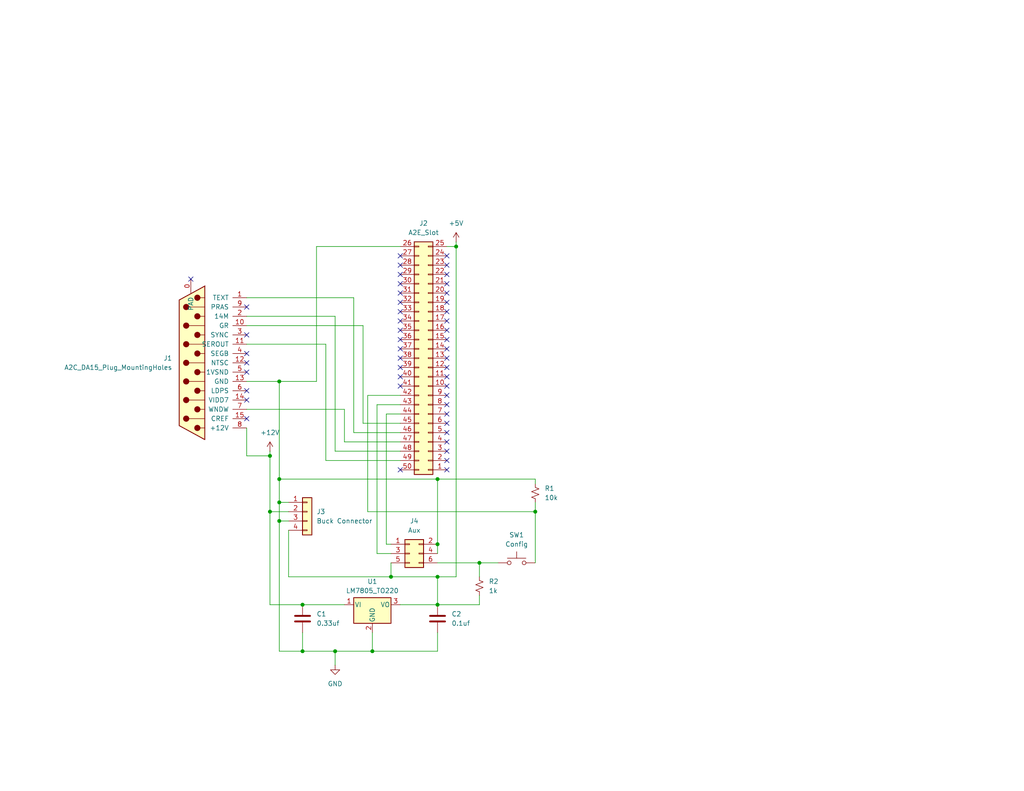
<source format=kicad_sch>
(kicad_sch (version 20250114) (generator "eeschema") (generator_version "9.0")
  (paper "USLetter")
  (title_block (title "A2C_DVI Adapter") (date "2025-04-15") (rev "v0.9") (company "Far Left Lane") (comment 1 "Michael Neil") (comment 2 "MIT License") (comment 3 "4/15/2025"))
  (lib_symbols
    (symbol "Connector:DA15_Plug_MountingHoles" (pin_names (offset 1.016))
      (property "Reference" "J1" (at 5.08 -1.2701 0))
      (property "Value" "A2C_DA15_Plug_MountingHoles" (at 5.08 1.2699 0))
      (symbol "DA15_Plug_MountingHoles_0_1"
        (polyline (pts (xy -3.81 17.78) (xy -2.54 17.78)))
        (polyline (pts (xy -3.81 15.24) (xy 0.508 15.24)))
        (polyline (pts (xy -3.81 12.7) (xy -2.54 12.7)))
        (polyline (pts (xy -3.81 10.16) (xy 0.508 10.16)))
        (polyline (pts (xy -3.81 7.62) (xy -2.54 7.62)))
        (polyline (pts (xy -3.81 5.08) (xy 0.508 5.08)))
        (polyline (pts (xy -3.81 2.54) (xy -2.54 2.54)))
        (polyline (pts (xy -3.81 0) (xy 0.508 0)))
        (polyline (pts (xy -3.81 -2.54) (xy -2.54 -2.54)))
        (polyline (pts (xy -3.81 -5.08) (xy 0.508 -5.08)))
        (polyline (pts (xy -3.81 -7.62) (xy -2.54 -7.62)))
        (polyline (pts (xy -3.81 -10.16) (xy 0.508 -10.16)))
        (polyline (pts (xy -3.81 -12.7) (xy -2.54 -12.7)))
        (polyline (pts (xy -3.81 -15.24) (xy 0.508 -15.24)))
        (polyline (pts (xy -3.81 -17.78) (xy -2.54 -17.78)))
        (polyline (pts (xy -3.81 -20.955) (xy 3.175 -17.145) (xy 3.175 17.145) (xy -3.81 20.955) (xy -3.81 -20.955)) (stroke (width 0.254)) (fill (type background)))
        (circle (center -1.778 17.78) (radius 0.762) (fill (type outline)))
        (circle (center -1.778 12.7) (radius 0.762) (fill (type outline)))
        (circle (center -1.778 7.62) (radius 0.762) (fill (type outline)))
        (circle (center -1.778 2.54) (radius 0.762) (fill (type outline)))
        (circle (center -1.778 -2.54) (radius 0.762) (fill (type outline)))
        (circle (center -1.778 -7.62) (radius 0.762) (fill (type outline)))
        (circle (center -1.778 -12.7) (radius 0.762) (fill (type outline)))
        (circle (center -1.778 -17.78) (radius 0.762) (fill (type outline)))
        (circle (center 1.27 15.24) (radius 0.762) (fill (type outline)))
        (circle (center 1.27 10.16) (radius 0.762) (fill (type outline)))
        (circle (center 1.27 5.08) (radius 0.762) (fill (type outline)))
        (circle (center 1.27 0) (radius 0.762) (fill (type outline)))
        (circle (center 1.27 -5.08) (radius 0.762) (fill (type outline)))
        (circle (center 1.27 -10.16) (radius 0.762) (fill (type outline)))
        (circle (center 1.27 -15.24) (radius 0.762) (fill (type outline)))
      )
      (symbol "DA15_Plug_MountingHoles_1_1"
        (pin power_out line (at -15.24 17.78 0) (length 3.81) (name "+12V") (number "8"))
        (pin passive line (at -15.24 15.24 0) (length 3.81) (name "CREF") (number "15"))
        (pin passive line (at -15.24 12.7 0) (length 3.81) (name "WNDW") (number "7"))
        (pin passive line (at -15.24 10.16 0) (length 3.81) (name "VIDD7") (number "14"))
        (pin passive line (at -15.24 7.62 0) (length 3.81) (name "LDPS") (number "6"))
        (pin power_out line (at -15.24 5.08 0) (length 3.81) (name "GND") (number "13"))
        (pin passive line (at -15.24 2.54 0) (length 3.81) (name "1VSND") (number "5"))
        (pin passive line (at -15.24 0 0) (length 3.81) (name "NTSC") (number "12"))
        (pin passive line (at -15.24 -2.54 0) (length 3.81) (name "SEGB") (number "4"))
        (pin passive line (at -15.24 -5.08 0) (length 3.81) (name "SEROUT") (number "11"))
        (pin passive line (at -15.24 -7.62 0) (length 3.81) (name "SYNC") (number "3"))
        (pin passive line (at -15.24 -10.16 0) (length 3.81) (name "GR") (number "10"))
        (pin passive line (at -15.24 -12.7 0) (length 3.81) (name "14M") (number "2"))
        (pin passive line (at -15.24 -15.24 0) (length 3.81) (name "PRAS") (number "9"))
        (pin passive line (at -15.24 -17.78 0) (length 3.81) (name "TEXT") (number "1"))
        (pin passive line (at 0 -22.86 90) (length 3.81) (name "PAD") (number "0"))
      )
    )
    (symbol "Connector_Generic:Conn_01x04" (pin_names (offset 1.016) (hide yes))
      (property "Reference" "J" (at 0 5.08 0))
      (property "Value" "Conn_01x04" (at 0 -7.62 0))
      (symbol "Conn_01x04_1_1"
        (rectangle (start -1.27 3.81) (end 1.27 -6.35) (stroke (width 0.254)) (fill (type background)))
        (rectangle (start -1.27 2.667) (end 0 2.413) (stroke (width 0.1524)))
        (rectangle (start -1.27 0.127) (end 0 -0.127) (stroke (width 0.1524)))
        (rectangle (start -1.27 -2.413) (end 0 -2.667) (stroke (width 0.1524)))
        (rectangle (start -1.27 -4.953) (end 0 -5.207) (stroke (width 0.1524)))
        (pin passive line (at -5.08 2.54 0) (length 3.81) (name "Pin_1") (number "1"))
        (pin passive line (at -5.08 0 0) (length 3.81) (name "Pin_2") (number "2"))
        (pin passive line (at -5.08 -2.54 0) (length 3.81) (name "Pin_3") (number "3"))
        (pin passive line (at -5.08 -5.08 0) (length 3.81) (name "Pin_4") (number "4"))
      )
    )
    (symbol "Connector_Generic:Conn_02x03_Odd_Even" (pin_names (offset 1.016) (hide yes))
      (property "Reference" "J" (at 1.27 5.08 0))
      (property "Value" "Conn_02x03_Odd_Even" (at 1.27 -5.08 0))
      (symbol "Conn_02x03_Odd_Even_1_1"
        (rectangle (start -1.27 3.81) (end 3.81 -3.81) (stroke (width 0.254)) (fill (type background)))
        (rectangle (start -1.27 2.667) (end 0 2.413) (stroke (width 0.1524)))
        (rectangle (start -1.27 0.127) (end 0 -0.127) (stroke (width 0.1524)))
        (rectangle (start -1.27 -2.413) (end 0 -2.667) (stroke (width 0.1524)))
        (rectangle (start 3.81 2.667) (end 2.54 2.413) (stroke (width 0.1524)))
        (rectangle (start 3.81 0.127) (end 2.54 -0.127) (stroke (width 0.1524)))
        (rectangle (start 3.81 -2.413) (end 2.54 -2.667) (stroke (width 0.1524)))
        (pin passive line (at -5.08 2.54 0) (length 3.81) (name "Pin_1") (number "1"))
        (pin passive line (at -5.08 0 0) (length 3.81) (name "Pin_3") (number "3"))
        (pin passive line (at -5.08 -2.54 0) (length 3.81) (name "Pin_5") (number "5"))
        (pin passive line (at 7.62 2.54 180) (length 3.81) (name "Pin_2") (number "2"))
        (pin passive line (at 7.62 0 180) (length 3.81) (name "Pin_4") (number "4"))
        (pin passive line (at 7.62 -2.54 180) (length 3.81) (name "Pin_6") (number "6"))
      )
    )
    (symbol "Connector_Generic:Conn_02x25_Counter_Clockwise" (pin_names (offset 1.016) (hide yes))
      (property "Reference" "J" (at 1.27 33.02 0))
      (property "Value" "Conn_02x25_Counter_Clockwise" (at 1.27 -33.02 0))
      (symbol "Conn_02x25_Counter_Clockwise_1_1"
        (rectangle (start -1.27 31.75) (end 3.81 -31.75) (stroke (width 0.254)) (fill (type background)))
        (rectangle (start -1.27 30.607) (end 0 30.353) (stroke (width 0.1524)))
        (rectangle (start -1.27 28.067) (end 0 27.813) (stroke (width 0.1524)))
        (rectangle (start -1.27 25.527) (end 0 25.273) (stroke (width 0.1524)))
        (rectangle (start -1.27 22.987) (end 0 22.733) (stroke (width 0.1524)))
        (rectangle (start -1.27 20.447) (end 0 20.193) (stroke (width 0.1524)))
        (rectangle (start -1.27 17.907) (end 0 17.653) (stroke (width 0.1524)))
        (rectangle (start -1.27 15.367) (end 0 15.113) (stroke (width 0.1524)))
        (rectangle (start -1.27 12.827) (end 0 12.573) (stroke (width 0.1524)))
        (rectangle (start -1.27 10.287) (end 0 10.033) (stroke (width 0.1524)))
        (rectangle (start -1.27 7.747) (end 0 7.493) (stroke (width 0.1524)))
        (rectangle (start -1.27 5.207) (end 0 4.953) (stroke (width 0.1524)))
        (rectangle (start -1.27 2.667) (end 0 2.413) (stroke (width 0.1524)))
        (rectangle (start -1.27 0.127) (end 0 -0.127) (stroke (width 0.1524)))
        (rectangle (start -1.27 -2.413) (end 0 -2.667) (stroke (width 0.1524)))
        (rectangle (start -1.27 -4.953) (end 0 -5.207) (stroke (width 0.1524)))
        (rectangle (start -1.27 -7.493) (end 0 -7.747) (stroke (width 0.1524)))
        (rectangle (start -1.27 -10.033) (end 0 -10.287) (stroke (width 0.1524)))
        (rectangle (start -1.27 -12.573) (end 0 -12.827) (stroke (width 0.1524)))
        (rectangle (start -1.27 -15.113) (end 0 -15.367) (stroke (width 0.1524)))
        (rectangle (start -1.27 -17.653) (end 0 -17.907) (stroke (width 0.1524)))
        (rectangle (start -1.27 -20.193) (end 0 -20.447) (stroke (width 0.1524)))
        (rectangle (start -1.27 -22.733) (end 0 -22.987) (stroke (width 0.1524)))
        (rectangle (start -1.27 -25.273) (end 0 -25.527) (stroke (width 0.1524)))
        (rectangle (start -1.27 -27.813) (end 0 -28.067) (stroke (width 0.1524)))
        (rectangle (start -1.27 -30.353) (end 0 -30.607) (stroke (width 0.1524)))
        (rectangle (start 3.81 30.607) (end 2.54 30.353) (stroke (width 0.1524)))
        (rectangle (start 3.81 28.067) (end 2.54 27.813) (stroke (width 0.1524)))
        (rectangle (start 3.81 25.527) (end 2.54 25.273) (stroke (width 0.1524)))
        (rectangle (start 3.81 22.987) (end 2.54 22.733) (stroke (width 0.1524)))
        (rectangle (start 3.81 20.447) (end 2.54 20.193) (stroke (width 0.1524)))
        (rectangle (start 3.81 17.907) (end 2.54 17.653) (stroke (width 0.1524)))
        (rectangle (start 3.81 15.367) (end 2.54 15.113) (stroke (width 0.1524)))
        (rectangle (start 3.81 12.827) (end 2.54 12.573) (stroke (width 0.1524)))
        (rectangle (start 3.81 10.287) (end 2.54 10.033) (stroke (width 0.1524)))
        (rectangle (start 3.81 7.747) (end 2.54 7.493) (stroke (width 0.1524)))
        (rectangle (start 3.81 5.207) (end 2.54 4.953) (stroke (width 0.1524)))
        (rectangle (start 3.81 2.667) (end 2.54 2.413) (stroke (width 0.1524)))
        (rectangle (start 3.81 0.127) (end 2.54 -0.127) (stroke (width 0.1524)))
        (rectangle (start 3.81 -2.413) (end 2.54 -2.667) (stroke (width 0.1524)))
        (rectangle (start 3.81 -4.953) (end 2.54 -5.207) (stroke (width 0.1524)))
        (rectangle (start 3.81 -7.493) (end 2.54 -7.747) (stroke (width 0.1524)))
        (rectangle (start 3.81 -10.033) (end 2.54 -10.287) (stroke (width 0.1524)))
        (rectangle (start 3.81 -12.573) (end 2.54 -12.827) (stroke (width 0.1524)))
        (rectangle (start 3.81 -15.113) (end 2.54 -15.367) (stroke (width 0.1524)))
        (rectangle (start 3.81 -17.653) (end 2.54 -17.907) (stroke (width 0.1524)))
        (rectangle (start 3.81 -20.193) (end 2.54 -20.447) (stroke (width 0.1524)))
        (rectangle (start 3.81 -22.733) (end 2.54 -22.987) (stroke (width 0.1524)))
        (rectangle (start 3.81 -25.273) (end 2.54 -25.527) (stroke (width 0.1524)))
        (rectangle (start 3.81 -27.813) (end 2.54 -28.067) (stroke (width 0.1524)))
        (rectangle (start 3.81 -30.353) (end 2.54 -30.607) (stroke (width 0.1524)))
        (pin passive line (at -5.08 30.48 0) (length 3.81) (name "Pin_1") (number "1"))
        (pin passive line (at -5.08 27.94 0) (length 3.81) (name "Pin_2") (number "2"))
        (pin passive line (at -5.08 25.4 0) (length 3.81) (name "Pin_3") (number "3"))
        (pin passive line (at -5.08 22.86 0) (length 3.81) (name "Pin_4") (number "4"))
        (pin passive line (at -5.08 20.32 0) (length 3.81) (name "Pin_5") (number "5"))
        (pin passive line (at -5.08 17.78 0) (length 3.81) (name "Pin_6") (number "6"))
        (pin passive line (at -5.08 15.24 0) (length 3.81) (name "Pin_7") (number "7"))
        (pin passive line (at -5.08 12.7 0) (length 3.81) (name "Pin_8") (number "8"))
        (pin passive line (at -5.08 10.16 0) (length 3.81) (name "Pin_9") (number "9"))
        (pin passive line (at -5.08 7.62 0) (length 3.81) (name "Pin_10") (number "10"))
        (pin passive line (at -5.08 5.08 0) (length 3.81) (name "Pin_11") (number "11"))
        (pin passive line (at -5.08 2.54 0) (length 3.81) (name "Pin_12") (number "12"))
        (pin passive line (at -5.08 0 0) (length 3.81) (name "Pin_13") (number "13"))
        (pin passive line (at -5.08 -2.54 0) (length 3.81) (name "Pin_14") (number "14"))
        (pin passive line (at -5.08 -5.08 0) (length 3.81) (name "Pin_15") (number "15"))
        (pin passive line (at -5.08 -7.62 0) (length 3.81) (name "Pin_16") (number "16"))
        (pin passive line (at -5.08 -10.16 0) (length 3.81) (name "Pin_17") (number "17"))
        (pin passive line (at -5.08 -12.7 0) (length 3.81) (name "Pin_18") (number "18"))
        (pin passive line (at -5.08 -15.24 0) (length 3.81) (name "Pin_19") (number "19"))
        (pin passive line (at -5.08 -17.78 0) (length 3.81) (name "Pin_20") (number "20"))
        (pin passive line (at -5.08 -20.32 0) (length 3.81) (name "Pin_21") (number "21"))
        (pin passive line (at -5.08 -22.86 0) (length 3.81) (name "Pin_22") (number "22"))
        (pin passive line (at -5.08 -25.4 0) (length 3.81) (name "Pin_23") (number "23"))
        (pin passive line (at -5.08 -27.94 0) (length 3.81) (name "Pin_24") (number "24"))
        (pin passive line (at -5.08 -30.48 0) (length 3.81) (name "Pin_25") (number "25"))
        (pin passive line (at 7.62 30.48 180) (length 3.81) (name "Pin_50") (number "50"))
        (pin passive line (at 7.62 27.94 180) (length 3.81) (name "Pin_49") (number "49"))
        (pin passive line (at 7.62 25.4 180) (length 3.81) (name "Pin_48") (number "48"))
        (pin passive line (at 7.62 22.86 180) (length 3.81) (name "Pin_47") (number "47"))
        (pin passive line (at 7.62 20.32 180) (length 3.81) (name "Pin_46") (number "46"))
        (pin passive line (at 7.62 17.78 180) (length 3.81) (name "Pin_45") (number "45"))
        (pin passive line (at 7.62 15.24 180) (length 3.81) (name "Pin_44") (number "44"))
        (pin passive line (at 7.62 12.7 180) (length 3.81) (name "Pin_43") (number "43"))
        (pin passive line (at 7.62 10.16 180) (length 3.81) (name "Pin_42") (number "42"))
        (pin passive line (at 7.62 7.62 180) (length 3.81) (name "Pin_41") (number "41"))
        (pin passive line (at 7.62 5.08 180) (length 3.81) (name "Pin_40") (number "40"))
        (pin passive line (at 7.62 2.54 180) (length 3.81) (name "Pin_39") (number "39"))
        (pin passive line (at 7.62 0 180) (length 3.81) (name "Pin_38") (number "38"))
        (pin passive line (at 7.62 -2.54 180) (length 3.81) (name "Pin_37") (number "37"))
        (pin passive line (at 7.62 -5.08 180) (length 3.81) (name "Pin_36") (number "36"))
        (pin passive line (at 7.62 -7.62 180) (length 3.81) (name "Pin_35") (number "35"))
        (pin passive line (at 7.62 -10.16 180) (length 3.81) (name "Pin_34") (number "34"))
        (pin passive line (at 7.62 -12.7 180) (length 3.81) (name "Pin_33") (number "33"))
        (pin passive line (at 7.62 -15.24 180) (length 3.81) (name "Pin_32") (number "32"))
        (pin passive line (at 7.62 -17.78 180) (length 3.81) (name "Pin_31") (number "31"))
        (pin passive line (at 7.62 -20.32 180) (length 3.81) (name "Pin_30") (number "30"))
        (pin passive line (at 7.62 -22.86 180) (length 3.81) (name "Pin_29") (number "29"))
        (pin passive line (at 7.62 -25.4 180) (length 3.81) (name "Pin_28") (number "28"))
        (pin passive line (at 7.62 -27.94 180) (length 3.81) (name "Pin_27") (number "27"))
        (pin passive line (at 7.62 -30.48 180) (length 3.81) (name "Pin_26") (number "26"))
      )
    )
    (symbol "Device:C" (pin_numbers (hide yes)) (pin_names (offset 0.254))
      (property "Reference" "C" (at 0.635 2.54 0))
      (property "Value" "C" (at 0.635 -2.54 0))
      (symbol "C_0_1"
        (polyline (pts (xy -2.032 0.762) (xy 2.032 0.762)) (stroke (width 0.508)))
        (polyline (pts (xy -2.032 -0.762) (xy 2.032 -0.762)) (stroke (width 0.508)))
      )
      (symbol "C_1_1"
        (pin passive line (at 0 3.81 270) (length 2.794) (name "~") (number "1"))
        (pin passive line (at 0 -3.81 90) (length 2.794) (name "~") (number "2"))
      )
    )
    (symbol "Device:R_Small_US" (pin_numbers (hide yes)) (pin_names (offset 0.254) (hide yes))
      (property "Reference" "R" (at 0.762 0.508 0))
      (property "Value" "R_Small_US" (at 0.762 -1.016 0))
      (symbol "R_Small_US_1_1"
        (polyline (pts (xy 0 1.524) (xy 1.016 1.143) (xy 0 0.762) (xy -1.016 0.381) (xy 0 0)))
        (polyline (pts (xy 0 0) (xy 1.016 -0.381) (xy 0 -0.762) (xy -1.016 -1.143) (xy 0 -1.524)))
        (pin passive line (at 0 2.54 270) (length 1.016) (name "~") (number "1"))
        (pin passive line (at 0 -2.54 90) (length 1.016) (name "~") (number "2"))
      )
    )
    (symbol "Regulator_Linear:LM7805_TO220" (pin_names (offset 0.254))
      (property "Reference" "U" (at -3.81 3.175 0))
      (property "Value" "LM7805_TO220" (at 0 3.175 0))
      (symbol "LM7805_TO220_0_1"
        (rectangle (start -5.08 1.905) (end 5.08 -5.08) (stroke (width 0.254)) (fill (type background)))
      )
      (symbol "LM7805_TO220_1_1"
        (pin power_in line (at -7.62 0 0) (length 2.54) (name "VI") (number "1"))
        (pin power_in line (at 0 -7.62 90) (length 2.54) (name "GND") (number "2"))
        (pin power_out line (at 7.62 0 180) (length 2.54) (name "VO") (number "3"))
      )
    )
    (symbol "Switch:SW_Push" (pin_numbers (hide yes)) (pin_names (offset 1.016) (hide yes))
      (property "Reference" "SW" (at 1.27 2.54 0))
      (property "Value" "SW_Push" (at 0 -1.524 0))
      (symbol "SW_Push_0_1"
        (circle (center -2.032 0) (radius 0.508))
        (polyline (pts (xy 0 1.27) (xy 0 3.048)))
        (circle (center 2.032 0) (radius 0.508))
        (polyline (pts (xy 2.54 1.27) (xy -2.54 1.27)))
        (pin passive line (at -5.08 0 0) (length 2.54) (name "1") (number "1"))
        (pin passive line (at 5.08 0 180) (length 2.54) (name "2") (number "2"))
      )
    )
    (symbol "power:+12V" (power) (pin_numbers (hide yes)) (pin_names (offset 0) (hide yes))
      (property "Value" "+12V" (at 0 3.556 0))
      (symbol "+12V_0_1"
        (polyline (pts (xy -0.762 1.27) (xy 0 2.54)))
        (polyline (pts (xy 0 2.54) (xy 0.762 1.27)))
        (polyline (pts (xy 0 0) (xy 0 2.54)))
      )
      (symbol "+12V_1_1"
        (pin power_in line (at 0 0 90) (length 0) (name "~") (number "1"))
      )
    )
    (symbol "power:+5V" (power) (pin_numbers (hide yes)) (pin_names (offset 0) (hide yes))
      (property "Value" "+5V" (at 0 3.556 0))
      (symbol "+5V_0_1"
        (polyline (pts (xy -0.762 1.27) (xy 0 2.54)))
        (polyline (pts (xy 0 2.54) (xy 0.762 1.27)))
        (polyline (pts (xy 0 0) (xy 0 2.54)))
      )
      (symbol "+5V_1_1"
        (pin power_in line (at 0 0 90) (length 0) (name "~") (number "1"))
      )
    )
    (symbol "power:GND" (power) (pin_numbers (hide yes)) (pin_names (offset 0) (hide yes))
      (property "Value" "GND" (at 0 -3.81 0))
      (symbol "GND_0_1"
        (polyline (pts (xy 0 0) (xy 0 -1.27) (xy 1.27 -1.27) (xy 0 -2.54) (xy -1.27 -1.27) (xy 0 -1.27)))
      )
      (symbol "GND_1_1"
        (pin power_in line (at 0 0 270) (length 0) (name "~") (number "1"))
      )
    )
  )
  (junction (at 82.55 177.8))
  (junction (at 91.44 177.8))
  (junction (at 101.6 177.8))
  (junction (at 76.2 137.16))
  (junction (at 119.38 165.1))
  (junction (at 119.38 157.48))
  (junction (at 73.66 139.7))
  (junction (at 124.46 67.31))
  (junction (at 82.55 165.1))
  (junction (at 76.2 130.81))
  (junction (at 119.38 148.59))
  (junction (at 130.81 153.67))
  (junction (at 76.2 104.14))
  (junction (at 73.66 124.46))
  (junction (at 146.05 139.7))
  (junction (at 106.68 157.48))
  (junction (at 76.2 142.24))
  (junction (at 119.38 130.81))
  (no_connect (at 121.92 77.47))
  (no_connect (at 121.92 120.65))
  (no_connect (at 67.31 114.3))
  (no_connect (at 121.92 74.93))
  (no_connect (at 121.92 107.95))
  (no_connect (at 121.92 100.33))
  (no_connect (at 109.22 105.41))
  (no_connect (at 109.22 102.87))
  (no_connect (at 67.31 106.68))
  (no_connect (at 121.92 110.49))
  (no_connect (at 67.31 83.82))
  (no_connect (at 121.92 82.55))
  (no_connect (at 121.92 85.09))
  (no_connect (at 121.92 125.73))
  (no_connect (at 121.92 128.27))
  (no_connect (at 121.92 97.79))
  (no_connect (at 109.22 128.27))
  (no_connect (at 109.22 95.25))
  (no_connect (at 109.22 87.63))
  (no_connect (at 109.22 74.93))
  (no_connect (at 109.22 80.01))
  (no_connect (at 109.22 77.47))
  (no_connect (at 67.31 101.6))
  (no_connect (at 121.92 95.25))
  (no_connect (at 121.92 69.85))
  (no_connect (at 121.92 92.71))
  (no_connect (at 121.92 118.11))
  (no_connect (at 109.22 90.17))
  (no_connect (at 109.22 82.55))
  (no_connect (at 109.22 100.33))
  (no_connect (at 67.31 99.06))
  (no_connect (at 109.22 69.85))
  (no_connect (at 109.22 85.09))
  (no_connect (at 67.31 91.44))
  (no_connect (at 109.22 72.39))
  (no_connect (at 121.92 80.01))
  (no_connect (at 121.92 102.87))
  (no_connect (at 67.31 109.22))
  (no_connect (at 109.22 92.71))
  (no_connect (at 121.92 105.41))
  (no_connect (at 121.92 115.57))
  (no_connect (at 121.92 72.39))
  (no_connect (at 121.92 87.63))
  (no_connect (at 52.07 76.2))
  (no_connect (at 109.22 97.79))
  (no_connect (at 121.92 113.03))
  (no_connect (at 121.92 90.17))
  (no_connect (at 121.92 123.19))
  (no_connect (at 67.31 96.52))
  (wire (pts (xy 67.31 81.28) (xy 96.52 81.28)))
  (wire (pts (xy 82.55 172.72) (xy 82.55 177.8)))
  (wire (pts (xy 91.44 123.19) (xy 109.22 123.19)))
  (wire (pts (xy 82.55 165.1) (xy 93.98 165.1)))
  (wire (pts (xy 73.66 123.19) (xy 73.66 124.46)))
  (wire (pts (xy 78.74 144.78) (xy 78.74 157.48)))
  (wire (pts (xy 99.06 88.9) (xy 99.06 115.57)))
  (wire (pts (xy 146.05 137.16) (xy 146.05 139.7)))
  (wire (pts (xy 67.31 111.76) (xy 93.98 111.76)))
  (wire (pts (xy 88.9 125.73) (xy 109.22 125.73)))
  (wire (pts (xy 67.31 88.9) (xy 99.06 88.9)))
  (wire (pts (xy 124.46 66.04) (xy 124.46 67.31)))
  (wire (pts (xy 124.46 157.48) (xy 124.46 67.31)))
  (wire (pts (xy 119.38 153.67) (xy 130.81 153.67)))
  (wire (pts (xy 101.6 177.8) (xy 91.44 177.8)))
  (wire (pts (xy 76.2 137.16) (xy 78.74 137.16)))
  (wire (pts (xy 91.44 177.8) (xy 91.44 181.61)))
  (wire (pts (xy 76.2 142.24) (xy 78.74 142.24)))
  (wire (pts (xy 73.66 139.7) (xy 73.66 165.1)))
  (wire (pts (xy 96.52 118.11) (xy 109.22 118.11)))
  (wire (pts (xy 78.74 157.48) (xy 106.68 157.48)))
  (wire (pts (xy 99.06 115.57) (xy 109.22 115.57)))
  (wire (pts (xy 76.2 137.16) (xy 76.2 142.24)))
  (wire (pts (xy 102.87 151.13) (xy 106.68 151.13)))
  (wire (pts (xy 73.66 165.1) (xy 82.55 165.1)))
  (wire (pts (xy 88.9 93.98) (xy 88.9 125.73)))
  (wire (pts (xy 109.22 113.03) (xy 105.41 113.03)))
  (wire (pts (xy 100.33 107.95) (xy 109.22 107.95)))
  (wire (pts (xy 102.87 110.49) (xy 109.22 110.49)))
  (wire (pts (xy 100.33 107.95) (xy 100.33 139.7)))
  (wire (pts (xy 76.2 130.81) (xy 119.38 130.81)))
  (wire (pts (xy 76.2 130.81) (xy 76.2 137.16)))
  (wire (pts (xy 93.98 111.76) (xy 93.98 120.65)))
  (wire (pts (xy 73.66 139.7) (xy 78.74 139.7)))
  (wire (pts (xy 86.36 104.14) (xy 86.36 67.31)))
  (wire (pts (xy 67.31 124.46) (xy 67.31 116.84)))
  (wire (pts (xy 76.2 104.14) (xy 76.2 130.81)))
  (wire (pts (xy 91.44 86.36) (xy 91.44 123.19)))
  (wire (pts (xy 76.2 104.14) (xy 86.36 104.14)))
  (wire (pts (xy 100.33 139.7) (xy 146.05 139.7)))
  (wire (pts (xy 119.38 148.59) (xy 119.38 151.13)))
  (wire (pts (xy 91.44 177.8) (xy 82.55 177.8)))
  (wire (pts (xy 109.22 165.1) (xy 119.38 165.1)))
  (wire (pts (xy 67.31 86.36) (xy 91.44 86.36)))
  (wire (pts (xy 76.2 177.8) (xy 76.2 142.24)))
  (wire (pts (xy 82.55 177.8) (xy 76.2 177.8)))
  (wire (pts (xy 67.31 93.98) (xy 88.9 93.98)))
  (wire (pts (xy 119.38 157.48) (xy 124.46 157.48)))
  (wire (pts (xy 130.81 165.1) (xy 130.81 162.56)))
  (wire (pts (xy 86.36 67.31) (xy 109.22 67.31)))
  (wire (pts (xy 105.41 113.03) (xy 105.41 148.59)))
  (wire (pts (xy 93.98 120.65) (xy 109.22 120.65)))
  (wire (pts (xy 105.41 148.59) (xy 106.68 148.59)))
  (wire (pts (xy 101.6 177.8) (xy 101.6 172.72)))
  (wire (pts (xy 106.68 153.67) (xy 106.68 157.48)))
  (wire (pts (xy 146.05 139.7) (xy 146.05 153.67)))
  (wire (pts (xy 146.05 130.81) (xy 146.05 132.08)))
  (wire (pts (xy 101.6 177.8) (xy 119.38 177.8)))
  (wire (pts (xy 119.38 177.8) (xy 119.38 172.72)))
  (wire (pts (xy 130.81 153.67) (xy 135.89 153.67)))
  (wire (pts (xy 102.87 110.49) (xy 102.87 151.13)))
  (wire (pts (xy 73.66 124.46) (xy 73.66 139.7)))
  (wire (pts (xy 119.38 130.81) (xy 146.05 130.81)))
  (wire (pts (xy 130.81 153.67) (xy 130.81 157.48)))
  (wire (pts (xy 124.46 67.31) (xy 121.92 67.31)))
  (wire (pts (xy 119.38 165.1) (xy 130.81 165.1)))
  (wire (pts (xy 67.31 104.14) (xy 76.2 104.14)))
  (wire (pts (xy 119.38 130.81) (xy 119.38 148.59)))
  (wire (pts (xy 96.52 81.28) (xy 96.52 118.11)))
  (wire (pts (xy 67.31 124.46) (xy 73.66 124.46)))
  (wire (pts (xy 106.68 157.48) (xy 119.38 157.48)))
  (wire (pts (xy 119.38 157.48) (xy 119.38 165.1)))
  (symbol (lib_id "Switch:SW_Push") (at 140.97 153.67 0) (unit 1)
    (property "Reference" "SW1" (at 140.97 146.05 0))
    (property "Value" "Config" (at 140.97 148.59 0))
    (property "Footprint" "Connector_PinSocket_2.54mm:PinSocket_1x03_P2.54mm_Vertical" (effects (hide yes)))
    (property "Description" "Push button switch, generic, two pins" (effects (hide yes)))
  )
  (symbol (lib_id "Device:C") (at 119.38 168.91 0) (unit 1)
    (property "Reference" "C2" (at 123.19 167.6399 0) (effects (justify left)))
    (property "Value" "0.1uf" (at 123.19 170.1799 0) (effects (justify left)))
    (property "Footprint" "Capacitor_THT:C_Disc_D5.0mm_W2.5mm_P5.00mm" (effects (hide yes)))
    (property "Description" "Unpolarized capacitor" (effects (hide yes)))
  )
  (symbol (lib_id "Regulator_Linear:LM7805_TO220") (at 101.6 165.1 0) (unit 1)
    (property "Reference" "U1" (at 101.6 158.75 0))
    (property "Value" "LM7805_TO220" (at 101.6 161.29 0))
    (property "Footprint" "Package_TO_SOT_THT:TO-220-3_Vertical" (effects (hide yes)))
    (property "Datasheet" "https://www.onsemi.cn/PowerSolutions/document/MC7800-D.PDF" (effects (hide yes)))
    (property "Description" "Positive 1A 35V Linear Regulator, Fixed Output 5V, TO-220" (effects (hide yes)))
  )
  (symbol (lib_id "Connector_Generic:Conn_02x25_Counter_Clockwise") (at 116.84 97.79 180) (unit 1)
    (property "Reference" "J2" (at 115.57 60.96 0))
    (property "Value" "A2E_Slot" (at 115.57 63.5 0))
    (property "Footprint" "Apple_IIc_Library:A2E_50pin_card_edge_female" (effects (hide yes)))
    (property "Description" "Generic connector, double row, 02x25, counter clockwise pin numbering scheme (similar to DIP package numbering), script generated (kicad-library-utils/schlib/autogen/connector/)" (effects (hide yes)))
  )
  (symbol (lib_id "Connector_Generic:Conn_02x03_Odd_Even") (at 111.76 151.13 0) (unit 1)
    (property "Reference" "J4" (at 113.03 142.24 0))
    (property "Value" "Aux" (at 113.03 144.78 0))
    (property "Footprint" "Connector_PinHeader_2.54mm:PinHeader_2x03_P2.54mm_Vertical" (effects (hide yes)))
    (property "Description" "Generic connector, double row, 02x03, odd/even pin numbering scheme (row 1 odd numbers, row 2 even numbers), script generated (kicad-library-utils/schlib/autogen/connector/)" (effects (hide yes)))
  )
  (symbol (lib_id "Device:R_Small_US") (at 130.81 160.02 0) (unit 1)
    (property "Reference" "R2" (at 133.35 158.7499 0) (effects (justify left)))
    (property "Value" "1k" (at 133.35 161.2899 0) (effects (justify left)))
    (property "Footprint" "Resistor_THT:R_Axial_DIN0207_L6.3mm_D2.5mm_P7.62mm_Horizontal" (effects (hide yes)))
    (property "Description" "Resistor, small US symbol" (effects (hide yes)))
  )
  (symbol (lib_id "power:+5V") (at 124.46 66.04 0) (unit 1)
    (property "Reference" "#PWR02" (effects (hide yes)))
    (property "Value" "+5V" (at 124.46 60.96 0))
    (property "Description" "Power symbol creates a global label with name \"+5V\"" (effects (hide yes)))
  )
  (symbol (lib_id "Device:R_Small_US") (at 146.05 134.62 0) (unit 1)
    (property "Reference" "R1" (at 148.59 133.3499 0) (effects (justify left)))
    (property "Value" "10k" (at 148.59 135.8899 0) (effects (justify left)))
    (property "Footprint" "Resistor_THT:R_Axial_DIN0207_L6.3mm_D2.5mm_P7.62mm_Horizontal" (effects (hide yes)))
    (property "Description" "Resistor, small US symbol" (effects (hide yes)))
  )
  (symbol (lib_id "power:GND") (at 91.44 181.61 0) (unit 1)
    (property "Reference" "#PWR01" (effects (hide yes)))
    (property "Value" "GND" (at 91.44 186.69 0))
    (property "Description" "Power symbol creates a global label with name \"GND\" , ground" (effects (hide yes)))
  )
  (symbol (lib_id "Connector:DA15_Plug_MountingHoles") (at 52.07 99.06 180) (unit 1)
    (property "Reference" "J1" (at 46.99 97.7899 0) (effects (justify left)))
    (property "Value" "A2C_DA15_Plug_MountingHoles" (at 46.99 100.3299 0) (effects (justify left)))
    (property "Footprint" "Connector_Dsub:DSUB-15_Male_Horizontal_P2.77x2.84mm_EdgePinOffset7.70mm_Housed_MountingHolesOffset9.12mm" (effects (hide yes)))
    (property "Description" "15-pin male plug pin D-SUB connector (low-density/2 columns), Mounting Hole" (effects (hide yes)))
  )
  (symbol (lib_id "Connector_Generic:Conn_01x04") (at 83.82 139.7 0) (unit 1)
    (property "Reference" "J3" (at 86.36 139.6999 0) (effects (justify left)))
    (property "Value" "Buck Connector" (at 86.36 142.2399 0) (effects (justify left)))
    (property "Footprint" "Apple_IIc_Library:12V to 5V Power Converter" (effects (hide yes)))
    (property "Description" "Generic connector, single row, 01x04, script generated (kicad-library-utils/schlib/autogen/connector/)" (effects (hide yes)))
  )
  (symbol (lib_id "Device:C") (at 82.55 168.91 0) (unit 1)
    (property "Reference" "C1" (at 86.36 167.6399 0) (effects (justify left)))
    (property "Value" "0.33uf" (at 86.36 170.1799 0) (effects (justify left)))
    (property "Footprint" "Capacitor_THT:C_Disc_D5.0mm_W2.5mm_P5.00mm" (effects (hide yes)))
    (property "Description" "Unpolarized capacitor" (effects (hide yes)))
  )
  (symbol (lib_id "power:+12V") (at 73.66 123.19 0) (unit 1)
    (property "Reference" "#PWR03" (effects (hide yes)))
    (property "Value" "+12V" (at 73.66 118.11 0))
    (property "Description" "Power symbol creates a global label with name \"+12V\"" (effects (hide yes)))
  )
)
</source>
